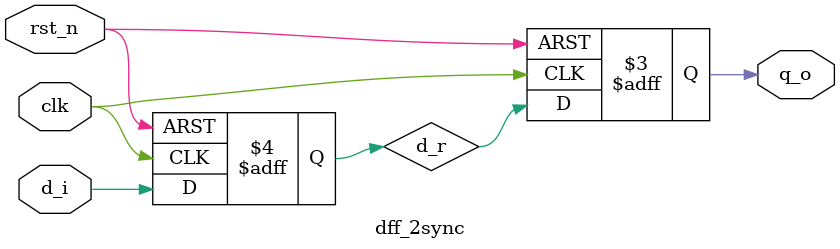
<source format=sv>

`timescale 1ns / 1ps

module dff_2sync (
    input clk,
    input rst_n,
    input d_i,
    output logic q_o
);

  logic d_r;

  always @(posedge clk or negedge rst_n) begin
    if (~rst_n) begin
      d_r <= 1'b0;
      q_o <= 1'b0;
    end else begin
      d_r <= d_i;
      q_o <= d_r;
    end
  end

endmodule

</source>
